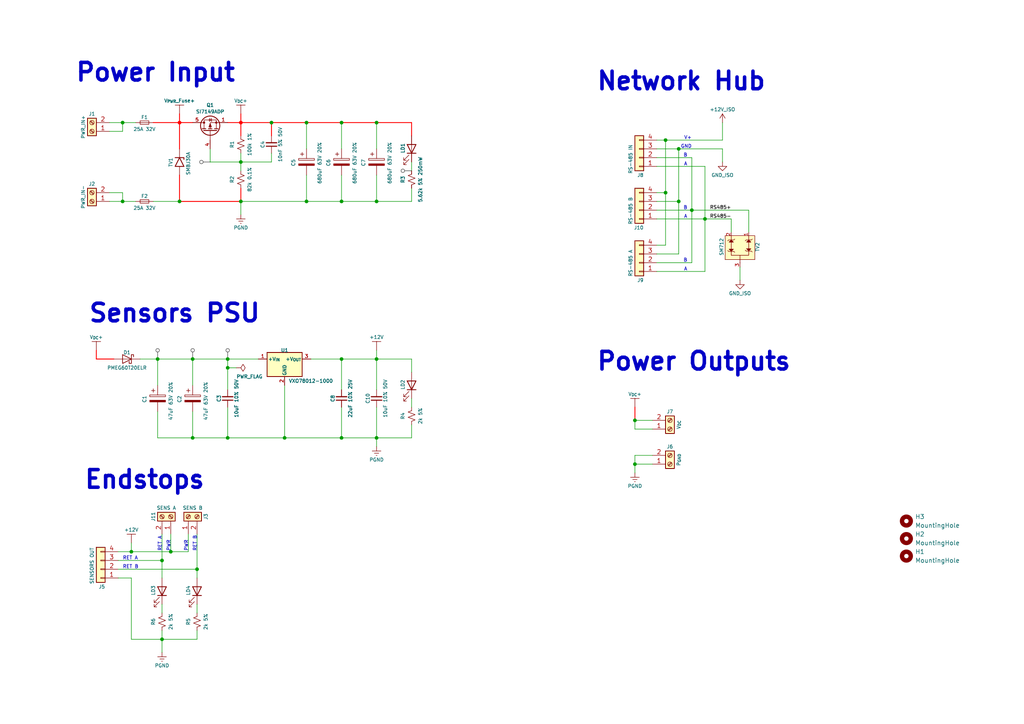
<source format=kicad_sch>
(kicad_sch (version 20230121) (generator eeschema)
  (paper "A4")
  (title_block (title "SJC Hub Connections Board") (date "2023-11-23") (rev "1.0") (company "CraneControl"))
  (lib_symbols
    (symbol "Connector:Screw_Terminal_01x02" (pin_names (offset 1.016) hide)
      (property "Reference" "J" (at 0 2.54 0))
      (property "Value" "Screw_Terminal_01x02" (at 0 -5.08 0))
      (symbol "Screw_Terminal_01x02_1_1"
        (rectangle (start -1.27 1.27) (end 1.27 -3.81) (stroke (width 0.254)) (fill (type background)))
        (circle (center 0 -2.54) (radius 0.635) (stroke (width 0.1524)))
        (polyline (pts (xy -0.5334 -2.2098) (xy 0.3302 -3.048)) (stroke (width 0.1524)))
        (polyline (pts (xy -0.5334 0.3302) (xy 0.3302 -0.508)) (stroke (width 0.1524)))
        (polyline (pts (xy -0.3556 -2.032) (xy 0.508 -2.8702)) (stroke (width 0.1524)))
        (polyline (pts (xy -0.3556 0.508) (xy 0.508 -0.3302)) (stroke (width 0.1524)))
        (circle (center 0 0) (radius 0.635) (stroke (width 0.1524)))
        (pin passive line (at -5.08 0 0) (length 3.81) (name "Pin_1") (number "1"))
        (pin passive line (at -5.08 -2.54 0) (length 3.81) (name "Pin_2") (number "2"))
      )
    )
    (symbol "Connector_Generic:Conn_01x04" (pin_names (offset 1.016) hide)
      (property "Reference" "J" (at 0 5.08 0))
      (property "Value" "Conn_01x04" (at 0 -7.62 0))
      (symbol "Conn_01x04_1_1"
        (rectangle (start -1.27 -4.953) (end 0 -5.207) (stroke (width 0.1524)))
        (rectangle (start -1.27 -2.413) (end 0 -2.667) (stroke (width 0.1524)))
        (rectangle (start -1.27 0.127) (end 0 -0.127) (stroke (width 0.1524)))
        (rectangle (start -1.27 2.667) (end 0 2.413) (stroke (width 0.1524)))
        (rectangle (start -1.27 3.81) (end 1.27 -6.35) (stroke (width 0.254)) (fill (type background)))
        (pin passive line (at -5.08 2.54 0) (length 3.81) (name "Pin_1") (number "1"))
        (pin passive line (at -5.08 0 0) (length 3.81) (name "Pin_2") (number "2"))
        (pin passive line (at -5.08 -2.54 0) (length 3.81) (name "Pin_3") (number "3"))
        (pin passive line (at -5.08 -5.08 0) (length 3.81) (name "Pin_4") (number "4"))
      )
    )
    (symbol "Device:C_Polarized" (pin_numbers hide) (pin_names (offset 0.254))
      (property "Reference" "C" (at 0.635 2.54 0))
      (property "Value" "C_Polarized" (at 0.635 -2.54 0))
      (symbol "C_Polarized_0_1"
        (rectangle (start -2.286 0.508) (end 2.286 1.016))
        (polyline (pts (xy -1.778 2.286) (xy -0.762 2.286)))
        (polyline (pts (xy -1.27 2.794) (xy -1.27 1.778)))
        (rectangle (start 2.286 -0.508) (end -2.286 -1.016) (fill (type outline)))
      )
      (symbol "C_Polarized_1_1"
        (pin passive line (at 0 3.81 270) (length 2.794) (name "~") (number "1"))
        (pin passive line (at 0 -3.81 90) (length 2.794) (name "~") (number "2"))
      )
    )
    (symbol "Device:C_Small" (pin_numbers hide) (pin_names (offset 0.254) hide)
      (property "Reference" "C" (at 0.254 1.778 0))
      (property "Value" "C_Small" (at 0.254 -2.032 0))
      (symbol "C_Small_0_1"
        (polyline (pts (xy -1.524 -0.508) (xy 1.524 -0.508)) (stroke (width 0.3302)))
        (polyline (pts (xy -1.524 0.508) (xy 1.524 0.508)) (stroke (width 0.3048)))
      )
      (symbol "C_Small_1_1"
        (pin passive line (at 0 2.54 270) (length 2.032) (name "~") (number "1"))
        (pin passive line (at 0 -2.54 90) (length 2.032) (name "~") (number "2"))
      )
    )
    (symbol "Device:Fuse_Small" (pin_numbers hide) (pin_names (offset 0.254) hide)
      (property "Reference" "F" (at 0 -1.524 0))
      (property "Value" "Fuse_Small" (at 0 1.524 0))
      (symbol "Fuse_Small_0_1"
        (rectangle (start -1.27 0.508) (end 1.27 -0.508))
        (polyline (pts (xy -1.27 0) (xy 1.27 0)))
      )
      (symbol "Fuse_Small_1_1"
        (pin passive line (at -2.54 0 0) (length 1.27) (name "~") (number "1"))
        (pin passive line (at 2.54 0 180) (length 1.27) (name "~") (number "2"))
      )
    )
    (symbol "Device:LED" (pin_numbers hide) (pin_names (offset 1.016) hide)
      (property "Reference" "D" (at 0 2.54 0))
      (property "Value" "LED" (at 0 -2.54 0))
      (symbol "LED_0_1"
        (polyline (pts (xy -1.27 -1.27) (xy -1.27 1.27)) (stroke (width 0.254)))
        (polyline (pts (xy -1.27 0) (xy 1.27 0)))
        (polyline (pts (xy 1.27 -1.27) (xy 1.27 1.27) (xy -1.27 0) (xy 1.27 -1.27)) (stroke (width 0.254)))
        (polyline (pts (xy -3.048 -0.762) (xy -4.572 -2.286) (xy -3.81 -2.286) (xy -4.572 -2.286) (xy -4.572 -1.524)))
        (polyline (pts (xy -1.778 -0.762) (xy -3.302 -2.286) (xy -2.54 -2.286) (xy -3.302 -2.286) (xy -3.302 -1.524)))
      )
      (symbol "LED_1_1"
        (pin passive line (at -3.81 0 0) (length 2.54) (name "K") (number "1"))
        (pin passive line (at 3.81 0 180) (length 2.54) (name "A") (number "2"))
      )
    )
    (symbol "Device:R_Small_US" (pin_numbers hide) (pin_names (offset 0.254) hide)
      (property "Reference" "R" (at 0.762 0.508 0))
      (property "Value" "R_Small_US" (at 0.762 -1.016 0))
      (symbol "R_Small_US_1_1"
        (polyline (pts (xy 0 0) (xy 1.016 -0.381) (xy 0 -0.762) (xy -1.016 -1.143) (xy 0 -1.524)))
        (polyline (pts (xy 0 1.524) (xy 1.016 1.143) (xy 0 0.762) (xy -1.016 0.381) (xy 0 0)))
        (pin passive line (at 0 2.54 270) (length 1.016) (name "~") (number "1"))
        (pin passive line (at 0 -2.54 90) (length 1.016) (name "~") (number "2"))
      )
    )
    (symbol "Mechanical:MountingHole" (pin_names (offset 1.016))
      (property "Reference" "H" (at 0 5.08 0))
      (property "Value" "MountingHole" (at 0 3.175 0))
      (symbol "MountingHole_0_1"
        (circle (center 0 0) (radius 1.27) (stroke (width 1.27)))
      )
    )
    (symbol "power:PWR_FLAG" (power) (pin_numbers hide) (pin_names (offset 0) hide)
      (property "Value" "PWR_FLAG" (at 0 3.81 0))
      (symbol "PWR_FLAG_0_0"
        (pin power_out line (at 0 0 90) (length 0) (name "pwr") (number "1"))
      )
      (symbol "PWR_FLAG_0_1"
        (polyline (pts (xy 0 0) (xy 0 1.27) (xy -1.016 1.905) (xy 0 2.54) (xy 1.016 1.905) (xy 0 1.27)))
      )
    )
    (symbol "sjc_power:+12V" (power) (in_bom no) (on_board no)
      (property "Value" "+12V" (at 0 3.81 0))
      (symbol "+12V_0_1"
        (polyline (pts (xy 0 2.54) (xy -1.27 2.54)))
        (polyline (pts (xy 0 2.54) (xy 0 0)))
        (polyline (pts (xy 0 2.54) (xy 1.27 2.54)))
      )
      (symbol "+12V_1_1"
        (pin power_in line (at 0 0 180) (length 0) hide (name "+12V") (number ""))
      )
    )
    (symbol "sjc_power:+12V_ISO" (power) (pin_names (offset 0))
      (property "Value" "+12V_ISO" (at 0 3.556 0))
      (symbol "+12V_ISO_0_1"
        (polyline (pts (xy -0.762 1.27) (xy 0 2.54)))
        (polyline (pts (xy 0 0) (xy 0 2.54)))
        (polyline (pts (xy 0 2.54) (xy 0.762 1.27)))
      )
      (symbol "+12V_ISO_1_1"
        (pin power_in line (at 0 0 90) (length 0) hide (name "+12V_ISO") (number "1"))
      )
    )
    (symbol "sjc_power:GND_ISO" (power) (pin_names (offset 0))
      (property "Value" "GND_ISO" (at 0 -3.81 0))
      (symbol "GND_ISO_0_1"
        (polyline (pts (xy 0 0) (xy 0 -1.27) (xy 1.27 -1.27) (xy 0 -2.54) (xy -1.27 -1.27) (xy 0 -1.27)))
      )
      (symbol "GND_ISO_1_1"
        (pin power_in line (at 0 0 270) (length 0) hide (name "GND_ISO") (number "1"))
      )
    )
    (symbol "sjc_power:PGND" (power) (pin_names (offset 0))
      (property "Value" "PGND" (at 0 -3.81 0))
      (symbol "PGND_0_1"
        (polyline (pts (xy -0.635 -1.905) (xy 0.635 -1.905)))
        (polyline (pts (xy -0.127 -2.54) (xy 0.127 -2.54)))
        (polyline (pts (xy 0 -1.27) (xy 0 0)))
        (polyline (pts (xy 1.27 -1.27) (xy -1.27 -1.27)))
      )
      (symbol "PGND_1_1"
        (pin power_in line (at 0 0 270) (length 0) hide (name "PGND") (number "1"))
      )
    )
    (symbol "sjc_power:V_{DC}+" (power) (pin_numbers hide) (pin_names hide) (in_bom no) (on_board no)
      (property "Value" "V_{DC}+" (at 0 3.429 0))
      (symbol "V_{DC}+_0_1"
        (polyline (pts (xy 0 2.54) (xy -1.27 2.54)))
        (polyline (pts (xy 0 2.54) (xy 0 0)))
        (polyline (pts (xy 0 2.54) (xy 1.27 2.54)))
      )
      (symbol "V_{DC}+_1_1"
        (pin power_in line (at 0 0 180) (length 0) hide (name "V_{DC}+") (number ""))
      )
    )
    (symbol "sjc_power:V_{PWR}_Fuse+" (power) (pin_numbers hide) (pin_names hide) (in_bom no) (on_board no)
      (property "Value" "V_{PWR}_Fuse+" (at 0 3.429 0))
      (symbol "V_{PWR}_Fuse+_0_1"
        (polyline (pts (xy 0 2.54) (xy -1.27 2.54)))
        (polyline (pts (xy 0 2.54) (xy 0 0)))
        (polyline (pts (xy 0 2.54) (xy 1.27 2.54)))
      )
      (symbol "V_{PWR}_Fuse+_1_1"
        (pin power_in line (at 0 0 180) (length 0) hide (name "V_{PWR}_Fuse+") (number ""))
      )
    )
    (symbol "sjc_semiconductors:PMEG60T20ELR" (pin_numbers hide) (pin_names hide)
      (property "Reference" "D" (at 0 2.54 0))
      (property "Value" "PMEG60T20ELR" (at 0 -2.54 0))
      (symbol "PMEG60T20ELR_0_1"
        (polyline (pts (xy 1.27 0) (xy -1.27 0)))
        (polyline (pts (xy 1.27 1.27) (xy 1.27 -1.27) (xy -1.27 0) (xy 1.27 1.27)) (stroke (width 0.2032)))
        (polyline (pts (xy -1.905 0.635) (xy -1.905 1.27) (xy -1.27 1.27) (xy -1.27 -1.27) (xy -0.635 -1.27) (xy -0.635 -0.635)) (stroke (width 0.2032)))
      )
      (symbol "PMEG60T20ELR_1_1"
        (pin passive line (at -3.81 0 0) (length 2.54) (name "K") (number "1"))
        (pin passive line (at 3.81 0 180) (length 2.54) (name "A") (number "2"))
      )
    )
    (symbol "sjc_semiconductors:PTVS30VS1UR" (pin_numbers hide) (pin_names (offset 1.016) hide)
      (property "Reference" "D" (at 0 2.54 0))
      (property "Value" "PTVS30VS1UR" (at 0 -2.54 0))
      (symbol "PTVS30VS1UR_0_1"
        (polyline (pts (xy -0.762 1.27) (xy -1.27 1.27) (xy -1.27 -1.27)) (stroke (width 0.254)))
        (polyline (pts (xy 1.27 1.27) (xy 1.27 -1.27) (xy -1.27 0) (xy 1.27 1.27)) (stroke (width 0.254)))
      )
      (symbol "PTVS30VS1UR_1_1"
        (pin passive line (at -3.81 0 0) (length 2.54) (name "K") (number "1"))
        (pin passive line (at 3.81 0 180) (length 2.54) (name "A") (number "2"))
      )
    )
    (symbol "sjc_semiconductors:SI7149ADP" (pin_names hide)
      (property "Reference" "Q" (at -1.27 4.445 90))
      (property "Value" "SI7149ADP" (at 5.08 11.43 0))
      (symbol "SI7149ADP_0_1"
        (circle (center -1.778 1.27) (radius 0.254) (fill (type outline)))
        (polyline (pts (xy -2.54 1.27) (xy -1.778 1.27)))
        (polyline (pts (xy -2.286 -0.508) (xy -1.27 -0.508)) (stroke (width 0.254)))
        (polyline (pts (xy -1.905 -1.016) (xy 1.905 -1.016)) (stroke (width 0.254)))
        (polyline (pts (xy -0.508 -0.508) (xy 0.508 -0.508)) (stroke (width 0.254)))
        (polyline (pts (xy 0 -1.016) (xy 0 -3.81)))
        (polyline (pts (xy 1.27 -0.508) (xy 2.286 -0.508)) (stroke (width 0.254)))
        (polyline (pts (xy 2.54 1.27) (xy 0 1.27) (xy 0 -0.508)))
        (polyline (pts (xy -1.778 -0.508) (xy -1.778 2.032) (xy 1.778 2.032) (xy 1.778 -0.508)))
        (polyline (pts (xy 0 1.016) (xy -0.381 0) (xy 0.381 0) (xy 0 1.016)) (fill (type outline)))
        (polyline (pts (xy 0.381 2.032) (xy -0.254 1.651) (xy -0.254 2.413) (xy 0.381 2.032)))
        (polyline (pts (xy 0.508 1.524) (xy 0.381 1.651) (xy 0.381 2.413) (xy 0.254 2.54)))
        (circle (center 0 0.381) (radius 2.794) (stroke (width 0.254)))
        (circle (center 1.778 1.27) (radius 0.254) (fill (type outline)))
      )
      (symbol "SI7149ADP_1_0"
        (pin passive line (at -5.08 1.27 0) (length 2.54) (name "D") (number "5"))
      )
      (symbol "SI7149ADP_1_1"
        (polyline (pts (xy 0 -3.81) (xy 0 -5.08)))
        (pin passive line (at 5.08 1.27 180) (length 2.54) (name "S") (number "1"))
        (pin passive line (at 5.08 1.27 180) (length 2.54) hide (name "S") (number "2"))
        (pin passive line (at 5.08 1.27 180) (length 2.54) hide (name "S") (number "3"))
        (pin input line (at 0 -6.35 90) (length 2.54) (name "G") (number "4"))
      )
    )
    (symbol "sjc_semiconductors:SM712" (pin_names (offset 0) hide)
      (property "Reference" "U" (at 0 3.81 0))
      (property "Value" "SM712" (at 4.445 -5.715 0))
      (symbol "SM712_0_1"
        (rectangle (start -4.318 2.7432) (end 4.318 -4.1656) (fill (type background)))
        (polyline (pts (xy -2.54 -2.921) (xy -2.54 -2.286)))
        (polyline (pts (xy -2.54 -0.381) (xy -2.54 -2.286)))
        (polyline (pts (xy -2.54 -0.381) (xy -2.54 0.254)))
        (polyline (pts (xy -2.54 0.254) (xy -2.54 2.54)))
        (polyline (pts (xy 0 -5.08) (xy 0 -2.921)))
        (polyline (pts (xy 2.54 -2.54) (xy 2.54 -2.286)))
        (polyline (pts (xy 2.54 -1.016) (xy 2.54 0.254)))
        (polyline (pts (xy 2.54 -0.381) (xy 2.54 -2.286)))
        (polyline (pts (xy 2.54 0.254) (xy 2.54 2.54)))
        (polyline (pts (xy -2.54 -1.8034) (xy -3.302 -1.8034) (xy -3.556 -1.5494)))
        (polyline (pts (xy -2.54 -1.8034) (xy -1.778 -1.8034) (xy -1.524 -2.0574)))
        (polyline (pts (xy -2.54 1.524) (xy -3.302 1.524) (xy -3.556 1.27)))
        (polyline (pts (xy -2.54 1.524) (xy -1.778 1.524) (xy -1.524 1.778)))
        (polyline (pts (xy 2.5146 -1.7018) (xy 3.2766 -1.7018) (xy 3.5306 -1.9558)))
        (polyline (pts (xy 2.54 -2.413) (xy 2.54 -2.921) (xy -2.54 -2.921)))
        (polyline (pts (xy 2.54 -1.7018) (xy 1.778 -1.7018) (xy 1.524 -1.4478)))
        (polyline (pts (xy 2.54 1.524) (xy 1.778 1.524) (xy 1.524 1.27)))
        (polyline (pts (xy 2.54 1.524) (xy 3.302 1.524) (xy 3.556 1.778)))
        (polyline (pts (xy -2.54 1.524) (xy -1.905 0.889) (xy -3.175 0.889) (xy -2.54 1.524)) (fill (type outline)))
        (polyline (pts (xy 1.905 -1.016) (xy 3.175 -1.016) (xy 2.54 -1.651) (xy 1.905 -1.016)) (fill (type outline)))
        (polyline (pts (xy 2.54 1.524) (xy 3.175 0.889) (xy 1.905 0.889) (xy 2.54 1.524)) (fill (type outline)))
        (polyline (pts (xy -2.54 -1.143) (xy -3.175 -1.143) (xy -2.54 -1.778) (xy -1.905 -1.143) (xy -2.54 -1.143)) (fill (type outline)))
      )
      (symbol "SM712_1_1"
        (pin input line (at 2.54 3.81 270) (length 1.27) (name "") (number "1"))
        (pin input line (at -2.54 3.81 270) (length 1.27) (name "") (number "2"))
        (pin input line (at 0 -6.35 90) (length 1.27) (name "") (number "3"))
      )
    )
    (symbol "sjc_semiconductors:VXO78012-1000" (pin_names (offset 0.254))
      (property "Reference" "U" (at 0 2.54 0))
      (property "Value" "VXO78012-1000" (at 6.35 -2.54 0))
      (symbol "VXO78012-1000_0_1"
        (rectangle (start -5.08 1.905) (end 5.08 -5.08) (stroke (width 0.254)) (fill (type background)))
      )
      (symbol "VXO78012-1000_1_1"
        (pin power_in line (at -7.62 0 0) (length 2.54) (name "+V_{IN}") (number "1"))
        (pin power_in line (at 0 -7.62 90) (length 2.54) (name "GND") (number "2"))
        (pin power_out line (at 7.62 0 180) (length 2.54) (name "+V_{OUT}") (number "3"))
      )
    )
  )
  (junction (at 35.56 35.56))
  (junction (at 99.06 58.42))
  (junction (at 109.22 58.42))
  (junction (at 184.15 134.62))
  (junction (at 66.04 104.14))
  (junction (at 55.88 104.14))
  (junction (at 109.22 127))
  (junction (at 109.22 104.14))
  (junction (at 109.22 35.56))
  (junction (at 88.9 35.56))
  (junction (at 55.88 127))
  (junction (at 196.85 58.42))
  (junction (at 69.85 35.56) (color 255 0 0 1))
  (junction (at 57.15 165.1))
  (junction (at 99.06 104.14))
  (junction (at 69.85 46.99))
  (junction (at 49.53 160.02))
  (junction (at 99.06 35.56))
  (junction (at 184.15 121.92))
  (junction (at 38.1 160.02))
  (junction (at 88.9 58.42))
  (junction (at 193.04 40.64))
  (junction (at 45.72 104.14))
  (junction (at 193.04 55.88))
  (junction (at 78.74 35.56))
  (junction (at 196.85 43.18))
  (junction (at 66.04 127))
  (junction (at 66.04 106.68))
  (junction (at 46.99 162.56))
  (junction (at 35.56 58.42))
  (junction (at 99.06 127))
  (junction (at 204.47 63.5))
  (junction (at 82.55 127))
  (junction (at 69.85 58.42))
  (junction (at 200.66 60.96))
  (junction (at 52.07 35.56) (color 255 0 0 1))
  (junction (at 46.99 185.42))
  (junction (at 52.07 58.42))
  (wire (pts (xy 27.94 104.14) (xy 33.02 104.14)) (stroke (width 0.254) (color 255 0 0 1)))
  (wire (pts (xy 31.75 55.88) (xy 35.56 55.88)))
  (wire (pts (xy 193.04 40.64) (xy 190.5 40.64)))
  (wire (pts (xy 190.5 76.2) (xy 200.66 76.2)))
  (wire (pts (xy 52.07 50.8) (xy 52.07 58.42)) (stroke (width 0.254) (color 255 0 0 1)))
  (wire (pts (xy 212.09 63.5) (xy 204.47 63.5)))
  (wire (pts (xy 34.29 167.64) (xy 38.1 167.64)))
  (wire (pts (xy 57.15 167.64) (xy 57.15 165.1)))
  (wire (pts (xy 46.99 177.8) (xy 46.99 175.26)))
  (wire (pts (xy 212.09 63.5) (xy 212.09 67.31)))
  (wire (pts (xy 88.9 50.8) (xy 88.9 58.42)))
  (wire (pts (xy 184.15 134.62) (xy 184.15 137.16)))
  (wire (pts (xy 109.22 118.11) (xy 109.22 127)))
  (wire (pts (xy 109.22 101.6) (xy 109.22 104.14)))
  (wire (pts (xy 46.99 185.42) (xy 46.99 189.23)))
  (wire (pts (xy 66.04 127) (xy 82.55 127)))
  (wire (pts (xy 52.07 35.56) (xy 52.07 43.18)) (stroke (width 0.254) (color 255 0 0 1)))
  (wire (pts (xy 35.56 38.1) (xy 35.56 35.56)))
  (wire (pts (xy 190.5 43.18) (xy 196.85 43.18)))
  (wire (pts (xy 69.85 54.61) (xy 69.85 58.42)) (stroke (width 0.254) (color 255 0 0 1)))
  (wire (pts (xy 99.06 104.14) (xy 99.06 113.03)))
  (wire (pts (xy 190.5 71.12) (xy 193.04 71.12)))
  (wire (pts (xy 69.85 49.53) (xy 69.85 46.99)))
  (wire (pts (xy 196.85 43.18) (xy 209.55 43.18)))
  (wire (pts (xy 109.22 104.14) (xy 119.38 104.14)))
  (wire (pts (xy 209.55 40.64) (xy 193.04 40.64)))
  (wire (pts (xy 57.15 185.42) (xy 57.15 182.88)))
  (wire (pts (xy 119.38 123.19) (xy 119.38 127)))
  (wire (pts (xy 35.56 55.88) (xy 35.56 58.42)))
  (wire (pts (xy 184.15 124.46) (xy 184.15 121.92)))
  (wire (pts (xy 69.85 35.56) (xy 69.85 39.37)) (stroke (width 0.254) (color 255 0 0 1)))
  (wire (pts (xy 99.06 35.56) (xy 109.22 35.56)) (stroke (width 0.254) (color 255 0 0 1)))
  (wire (pts (xy 35.56 58.42) (xy 39.37 58.42)))
  (wire (pts (xy 196.85 58.42) (xy 196.85 43.18)))
  (wire (pts (xy 69.85 44.45) (xy 69.85 46.99)))
  (wire (pts (xy 119.38 118.11) (xy 119.38 115.57)))
  (wire (pts (xy 69.85 58.42) (xy 69.85 62.23)))
  (wire (pts (xy 190.5 73.66) (xy 196.85 73.66)))
  (wire (pts (xy 69.85 33.02) (xy 69.85 35.56)) (stroke (width 0.254) (color 255 0 0 1)))
  (wire (pts (xy 109.22 35.56) (xy 109.22 43.18)))
  (wire (pts (xy 184.15 121.92) (xy 189.23 121.92)))
  (wire (pts (xy 34.29 162.56) (xy 46.99 162.56)))
  (wire (pts (xy 88.9 35.56) (xy 99.06 35.56)) (stroke (width 0.254) (color 255 0 0 1)))
  (wire (pts (xy 49.53 160.02) (xy 49.53 154.94)))
  (wire (pts (xy 78.74 46.99) (xy 78.74 44.45)))
  (wire (pts (xy 209.55 35.56) (xy 209.55 40.64)))
  (wire (pts (xy 66.04 118.11) (xy 66.04 127)))
  (wire (pts (xy 27.94 101.6) (xy 27.94 104.14)) (stroke (width 0.254) (color 255 0 0 1)))
  (wire (pts (xy 99.06 104.14) (xy 109.22 104.14)))
  (wire (pts (xy 184.15 124.46) (xy 189.23 124.46)))
  (wire (pts (xy 190.5 78.74) (xy 204.47 78.74)))
  (wire (pts (xy 204.47 78.74) (xy 204.47 63.5)))
  (wire (pts (xy 69.85 58.42) (xy 88.9 58.42)))
  (wire (pts (xy 52.07 58.42) (xy 69.85 58.42)) (stroke (width 0.254) (color 255 0 0 1)))
  (wire (pts (xy 66.04 106.68) (xy 66.04 113.03)))
  (wire (pts (xy 109.22 58.42) (xy 119.38 58.42)))
  (wire (pts (xy 52.07 35.56) (xy 55.88 35.56)) (stroke (width 0.254) (color 255 0 0 1)))
  (wire (pts (xy 35.56 35.56) (xy 39.37 35.56)))
  (wire (pts (xy 190.5 55.88) (xy 193.04 55.88)))
  (wire (pts (xy 52.07 33.02) (xy 52.07 35.56)) (stroke (width 0.254) (color 255 0 0 1)))
  (wire (pts (xy 90.17 104.14) (xy 99.06 104.14)))
  (wire (pts (xy 38.1 157.48) (xy 38.1 160.02)))
  (wire (pts (xy 119.38 35.56) (xy 119.38 39.37)) (stroke (width 0.254) (color 255 0 0 1)))
  (wire (pts (xy 55.88 119.38) (xy 55.88 127)))
  (wire (pts (xy 45.72 119.38) (xy 45.72 127)))
  (wire (pts (xy 99.06 118.11) (xy 99.06 127)))
  (wire (pts (xy 82.55 127) (xy 99.06 127)))
  (wire (pts (xy 190.5 60.96) (xy 200.66 60.96)))
  (wire (pts (xy 38.1 167.64) (xy 38.1 185.42)))
  (wire (pts (xy 189.23 132.08) (xy 184.15 132.08)))
  (wire (pts (xy 55.88 104.14) (xy 66.04 104.14)))
  (wire (pts (xy 69.85 35.56) (xy 78.74 35.56)) (stroke (width 0.254) (color 255 0 0 1)))
  (wire (pts (xy 200.66 60.96) (xy 217.17 60.96)))
  (wire (pts (xy 193.04 55.88) (xy 193.04 40.64)))
  (wire (pts (xy 109.22 127) (xy 119.38 127)))
  (wire (pts (xy 99.06 35.56) (xy 99.06 43.18)))
  (wire (pts (xy 109.22 35.56) (xy 119.38 35.56)) (stroke (width 0.254) (color 255 0 0 1)))
  (wire (pts (xy 196.85 73.66) (xy 196.85 58.42)))
  (wire (pts (xy 57.15 177.8) (xy 57.15 175.26)))
  (wire (pts (xy 193.04 71.12) (xy 193.04 55.88)))
  (wire (pts (xy 45.72 104.14) (xy 55.88 104.14)))
  (wire (pts (xy 88.9 35.56) (xy 88.9 43.18)))
  (wire (pts (xy 190.5 63.5) (xy 204.47 63.5)))
  (wire (pts (xy 109.22 50.8) (xy 109.22 58.42)))
  (wire (pts (xy 190.5 58.42) (xy 196.85 58.42)))
  (wire (pts (xy 44.45 35.56) (xy 52.07 35.56)) (stroke (width 0.254) (color 255 0 0 1)))
  (wire (pts (xy 49.53 160.02) (xy 54.61 160.02)))
  (wire (pts (xy 204.47 48.26) (xy 190.5 48.26)))
  (wire (pts (xy 78.74 35.56) (xy 88.9 35.56)) (stroke (width 0.254) (color 255 0 0 1)))
  (wire (pts (xy 66.04 104.14) (xy 74.93 104.14)))
  (wire (pts (xy 55.88 127) (xy 66.04 127)))
  (wire (pts (xy 200.66 76.2) (xy 200.66 60.96)))
  (wire (pts (xy 46.99 185.42) (xy 46.99 182.88)))
  (wire (pts (xy 99.06 50.8) (xy 99.06 58.42)))
  (wire (pts (xy 119.38 46.99) (xy 119.38 49.53)))
  (wire (pts (xy 45.72 127) (xy 55.88 127)))
  (wire (pts (xy 46.99 185.42) (xy 57.15 185.42)))
  (wire (pts (xy 66.04 35.56) (xy 69.85 35.56)) (stroke (width 0.254) (color 255 0 0 1)))
  (wire (pts (xy 214.63 77.47) (xy 214.63 81.28)))
  (wire (pts (xy 38.1 160.02) (xy 49.53 160.02)))
  (wire (pts (xy 109.22 127) (xy 109.22 129.54)))
  (wire (pts (xy 31.75 58.42) (xy 35.56 58.42)))
  (wire (pts (xy 109.22 104.14) (xy 109.22 113.03)))
  (wire (pts (xy 34.29 160.02) (xy 38.1 160.02)))
  (wire (pts (xy 55.88 104.14) (xy 55.88 111.76)))
  (wire (pts (xy 38.1 185.42) (xy 46.99 185.42)))
  (wire (pts (xy 200.66 60.96) (xy 200.66 45.72)))
  (wire (pts (xy 54.61 154.94) (xy 54.61 160.02)))
  (wire (pts (xy 82.55 127) (xy 82.55 111.76)))
  (wire (pts (xy 99.06 127) (xy 109.22 127)))
  (wire (pts (xy 119.38 104.14) (xy 119.38 107.95)))
  (wire (pts (xy 40.64 104.14) (xy 45.72 104.14)))
  (wire (pts (xy 46.99 162.56) (xy 46.99 154.94)))
  (wire (pts (xy 78.74 35.56) (xy 78.74 39.37)) (stroke (width 0.254) (color 255 0 0 1)))
  (wire (pts (xy 69.85 46.99) (xy 78.74 46.99)))
  (wire (pts (xy 184.15 118.11) (xy 184.15 121.92)) (stroke (width 0.254) (color 255 0 0 1)))
  (wire (pts (xy 217.17 60.96) (xy 217.17 67.31)))
  (wire (pts (xy 204.47 63.5) (xy 204.47 48.26)))
  (wire (pts (xy 34.29 165.1) (xy 57.15 165.1)))
  (wire (pts (xy 45.72 104.14) (xy 45.72 111.76)))
  (wire (pts (xy 66.04 106.68) (xy 68.58 106.68)))
  (wire (pts (xy 31.75 38.1) (xy 35.56 38.1)))
  (wire (pts (xy 46.99 167.64) (xy 46.99 162.56)))
  (wire (pts (xy 190.5 45.72) (xy 200.66 45.72)))
  (wire (pts (xy 44.45 58.42) (xy 52.07 58.42)))
  (wire (pts (xy 99.06 58.42) (xy 109.22 58.42)))
  (wire (pts (xy 60.96 46.99) (xy 69.85 46.99)))
  (wire (pts (xy 184.15 134.62) (xy 189.23 134.62)))
  (wire (pts (xy 119.38 54.61) (xy 119.38 58.42)))
  (wire (pts (xy 88.9 58.42) (xy 99.06 58.42)))
  (wire (pts (xy 184.15 132.08) (xy 184.15 134.62)))
  (wire (pts (xy 66.04 104.14) (xy 66.04 106.68)))
  (wire (pts (xy 60.96 43.18) (xy 60.96 46.99)))
  (wire (pts (xy 31.75 35.56) (xy 35.56 35.56)))
  (wire (pts (xy 209.55 43.18) (xy 209.55 46.99)))
  (wire (pts (xy 57.15 154.94) (xy 57.15 165.1)))
  (text "B" (at 199.39 60.96 0) (effects (font (size 0.9906 0.9906)) (justify right bottom)))
  (text "Power Input" (at 21.59 24.13 0) (effects (font (size 5.108 5.108) (thickness 1.0216) bold) (justify left bottom)))
  (text "A" (at 199.39 63.5 0) (effects (font (size 0.9906 0.9906)) (justify right bottom)))
  (text "A" (at 199.39 48.26 0) (effects (font (size 0.9906 0.9906)) (justify right bottom)))
  (text "RET A" (at 35.56 162.56 0) (effects (font (size 1 1)) (justify left bottom)))
  (text "PWR" (at 54.61 160.02 90) (effects (font (size 1 1)) (justify left bottom)))
  (text "B" (at 199.39 45.72 0) (effects (font (size 0.9906 0.9906)) (justify right bottom)))
  (text "RET B" (at 35.56 165.1 0) (effects (font (size 1 1)) (justify left bottom)))
  (text "A" (at 199.39 78.74 0) (effects (font (size 0.9906 0.9906)) (justify right bottom)))
  (text "Sensors PSU" (at 25.4 93.98 0) (effects (font (size 5.108 5.108) (thickness 1.0216) bold) (justify left bottom)))
  (text "Network Hub" (at 172.72 26.67 0) (effects (font (size 5.108 5.108) (thickness 1.0216) bold) (justify left bottom)))
  (text "Endstops" (at 24.13 142.24 0) (effects (font (size 5.108 5.108) (thickness 1.0216) bold) (justify left bottom)))
  (text "V+" (at 200.66 40.64 0) (effects (font (size 0.9906 0.9906)) (justify right bottom)))
  (text "Power Outputs" (at 172.72 107.95 0) (effects (font (size 5.108 5.108) (thickness 1.0216) bold) (justify left bottom)))
  (text "RET B" (at 57.15 160.02 90) (effects (font (size 1 1)) (justify left bottom)))
  (text "GND" (at 200.66 43.18 0) (effects (font (size 0.9906 0.9906)) (justify right bottom)))
  (text "B" (at 199.39 76.2 0) (effects (font (size 0.9906 0.9906)) (justify right bottom)))
  (text "PWR" (at 49.53 160.02 90) (effects (font (size 1 1)) (justify left bottom)))
  (text "RET A" (at 46.99 160.02 90) (effects (font (size 1 1)) (justify left bottom)))
  (label "RS485+" (at 212.09 60.96 180) (effects (font (size 1 1))))
  (label "RS485-" (at 212.09 63.5 180) (effects (font (size 1 1))))
  (netclass_flag "" (length 2.54) (shape round) (at 60.96 46.99 90) (property "Netclass" "DRV_HV" (effects hide)))
  (netclass_flag "" (length 2.54) (shape round) (at 55.88 104.14 0) (property "Netclass" "DRV_HV" (effects hide)))
  (netclass_flag "" (length 2.54) (shape round) (at 119.38 49.53 90) (property "Netclass" "PWR" (effects hide)))
  (netclass_flag "" (length 2.54) (shape round) (at 66.04 104.14 0) (property "Netclass" "DRV_HV" (effects hide)))
  (netclass_flag "" (length 2.54) (shape round) (at 45.72 104.14 0) (property "Netclass" "DRV_HV" (effects hide)))
  (symbol (lib_id "Mechanical:MountingHole") (at 262.89 156.21 0) (unit 1)
    (property "Reference" "H2" (at 265.43 154.94 0) (effects (justify left)))
    (property "Value" "MountingHole" (at 265.43 157.48 0) (effects (justify left)))
    (property "Footprint" "MountingHole:MountingHole_4.3mm_M4_DIN965" (effects hide))
  )
  (symbol (lib_id "sjc_power:+12V") (at 38.1 157.48 0) (unit 1) (in_bom no) (on_board no)
    (property "Reference" "#PWR05" (effects hide))
    (property "Value" "+12V" (at 38.1 153.67 0) (effects (font (size 1 1))))
  )
  (symbol (lib_id "Connector_Generic:Conn_01x04") (at 29.21 165.1 180) (unit 1)
    (property "Reference" "J5" (at 30.48 170.18 0) (effects (font (size 1 1)) (justify left)))
    (property "Value" "SENSORS OUT" (at 26.67 158.75 90) (effects (font (size 1 1)) (justify left)))
    (property "Footprint" "footprints:Molex_KK-396_A-41791-0004_1x04_P3.96mm_Vertical" (effects hide))
    (property "MF" "Molex" (effects hide))
    (property "PN" "26-60-4040" (effects hide))
  )
  (symbol (lib_id "sjc_semiconductors:PTVS30VS1UR") (at 52.07 46.99 270) (unit 1)
    (property "Reference" "TV1" (at 49.53 45.72 0) (effects (font (size 1 1)) (justify left)))
    (property "Value" "SMBJ30A" (at 54.61 50.8 0) (effects (font (size 1 1)) (justify right)))
    (property "Footprint" "Diode_SMD:D_SMB_Handsoldering" (effects hide))
    (property "Datasheet" "https://assets.nexperia.com/documents/data-sheet/PTVSXS1UR_SER.pdf" (effects hide))
    (property "MF" "Littelfuse" (effects hide))
    (property "PN" "SMBJ30A" (effects hide))
    (property "JLCPCB Part #" "C83851" (effects hide))
  )
  (symbol (lib_id "sjc_power:+12V_ISO") (at 209.55 35.56 0) (mirror y) (unit 1)
    (property "Reference" "#PWR015" (effects hide))
    (property "Value" "+12V_ISO" (at 209.55 31.75 0) (effects (font (size 1 1))))
  )
  (symbol (lib_id "Device:R_Small_US") (at 119.38 120.65 0) (mirror y) (unit 1)
    (property "Reference" "R4" (at 116.84 120.65 90) (effects (font (size 1 1))))
    (property "Value" "2k 5%" (at 121.92 120.65 90) (effects (font (size 1 1))))
    (property "Footprint" "Resistor_SMD:R_0603_1608Metric" (effects hide))
    (property "MF" "RALEC" (effects hide))
    (property "PN" "RTT03202JTP" (effects hide))
    (property "Description" "Resistor, 2k Ohms, ±5%, 1/10W, SMD 0603" (effects hide))
    (property "JLCPCB Part #" "C103396" (effects hide))
  )
  (symbol (lib_id "Device:C_Small") (at 99.06 115.57 180) (unit 1)
    (property "Reference" "C8" (at 96.52 115.57 90) (effects (font (size 1 1))))
    (property "Value" "22uF 10% 25V" (at 101.6 115.57 90) (effects (font (size 1 1))))
    (property "Footprint" "Capacitor_SMD:C_1206_3216Metric" (effects hide))
    (property "MF" "Walsin Tech Corp" (effects hide))
    (property "PN" "1206X226K250CT" (effects hide))
    (property "Description" "Capacitor, 22uF, ±10%, X5R, 25V, SMD 1206" (effects hide))
    (property "JLCPCB Part #" "C105213" (effects hide))
  )
  (symbol (lib_id "sjc_power:V_{PWR}_Fuse+") (at 52.07 33.02 0) (unit 1) (in_bom no) (on_board no)
    (property "Reference" "#PWR02" (effects hide))
    (property "Value" "V_{PWR}_Fuse+" (at 52.07 29.21 0) (effects (font (size 1 1))))
  )
  (symbol (lib_id "sjc_semiconductors:SM712") (at 214.63 71.12 0) (unit 1)
    (property "Reference" "TV2" (at 219.71 73.025 90) (effects (font (size 1 1)) (justify left)))
    (property "Value" "SM712" (at 209.296 74.168 90) (effects (font (size 1 1)) (justify left)))
    (property "Footprint" "Package_TO_SOT_SMD:SOT-23-3" (effects hide))
    (property "Datasheet" "https://www.bourns.com/pdfs/CDSOT23-SM712.pdf" (effects hide))
    (property "MF" "BOURNS" (effects hide))
    (property "PN" "CDSOT23-SM712" (effects hide))
    (property "JLCPCB Part #" "C293966" (effects hide))
  )
  (symbol (lib_id "sjc_semiconductors:PMEG60T20ELR") (at 36.83 104.14 0) (mirror y) (unit 1)
    (property "Reference" "D1" (at 36.83 102.235 0) (effects (font (size 1 1))))
    (property "Value" "PMEG60T20ELR" (at 36.83 106.68 0) (effects (font (size 1 1))))
    (property "Footprint" "Diode_SMD:D_SOD-123F" (effects hide))
    (property "Datasheet" "https://assets.nexperia.com/documents/data-sheet/PMEG60T20ELR.pdf" (effects hide))
    (property "MF" "Nexperia" (effects hide))
    (property "PN" "PMEG60T20ELRX" (effects hide))
    (property "JLCPCB Part #" "C552947" (effects hide))
  )
  (symbol (lib_id "Connector:Screw_Terminal_01x02") (at 26.67 58.42 180) (unit 1)
    (property "Reference" "J2" (at 26.67 53.34 0) (effects (font (size 1 1))))
    (property "Value" "PWR_IN-" (at 24.13 57.15 90) (effects (font (size 1 1))))
    (property "Footprint" "TerminalBlock_Phoenix:TerminalBlock_Phoenix_MKDS-3-2-5.08_1x02_P5.08mm_Horizontal" (effects hide))
    (property "MF" "Ningbo Kangnex Elec" (effects hide))
    (property "PN" "WJ500V-5.08-2P" (effects hide))
    (property "JLCPCB Part #" "C8465" (effects hide))
  )
  (symbol (lib_id "Device:LED") (at 119.38 111.76 270) (mirror x) (unit 1)
    (property "Reference" "LD2" (at 116.84 113.03 0) (effects (font (size 1 1)) (justify left)))
    (property "Value" "1.8V @ 5mA" (effects hide))
    (property "Footprint" "LED_SMD:LED_0603_1608Metric_Pad1.05x0.95mm_HandSolder" (effects hide))
    (property "MF" "BrtLed (Bright LED Elec)" (effects hide))
    (property "PN" "BL-HGE36G-AV-TRB" (effects hide))
    (property "JLCPCB Part #" "C165982" (effects hide))
  )
  (symbol (lib_id "Connector:Screw_Terminal_01x02") (at 54.61 149.86 90) (unit 1)
    (property "Reference" "J3" (at 59.69 149.86 0) (effects (font (size 1 1))))
    (property "Value" "SENS B" (at 55.88 147.32 90) (effects (font (size 1 1))))
    (property "Footprint" "TerminalBlock_Phoenix:TerminalBlock_Phoenix_MKDS-3-2-5.08_1x02_P5.08mm_Horizontal" (effects hide))
    (property "MF" "Ningbo Kangnex Elec" (effects hide))
    (property "PN" "WJ500V-5.08-2P" (effects hide))
    (property "JLCPCB Part #" "C8465" (effects hide))
  )
  (symbol (lib_id "Connector_Generic:Conn_01x04") (at 185.42 76.2 180) (unit 1)
    (property "Reference" "J9" (at 186.69 81.28 0) (effects (font (size 1 1)) (justify left)))
    (property "Value" "RS-485 A" (at 182.88 72.39 90) (effects (font (size 1 1)) (justify left)))
    (property "Footprint" "footprints:Molex_KK-396_A-41791-0004_1x04_P3.96mm_Vertical" (effects hide))
    (property "MF" "Molex" (effects hide))
    (property "PN" "26-60-4040" (effects hide))
  )
  (symbol (lib_id "Device:R_Small_US") (at 46.99 180.34 0) (mirror y) (unit 1)
    (property "Reference" "R6" (at 44.45 180.34 90) (effects (font (size 1 1))))
    (property "Value" "2k 5%" (at 49.53 180.34 90) (effects (font (size 1 1))))
    (property "Footprint" "Resistor_SMD:R_0603_1608Metric" (effects hide))
    (property "MF" "RALEC" (effects hide))
    (property "PN" "RTT03202JTP" (effects hide))
    (property "Description" "Resistor, 2k Ohms, ±5%, 1/10W, SMD 0603" (effects hide))
    (property "JLCPCB Part #" "C103396" (effects hide))
  )
  (symbol (lib_id "Connector:Screw_Terminal_01x02") (at 194.31 124.46 0) (mirror x) (unit 1)
    (property "Reference" "J7" (at 194.31 119.38 0) (effects (font (size 1 1))))
    (property "Value" "V_{DC}" (at 196.85 123.19 90) (effects (font (size 1 1))))
    (property "Footprint" "TerminalBlock_Phoenix:TerminalBlock_Phoenix_MKDS-3-2-5.08_1x02_P5.08mm_Horizontal" (effects hide))
    (property "MF" "Ningbo Kangnex Elec" (effects hide))
    (property "PN" "WJ500V-5.08-2P" (effects hide))
    (property "JLCPCB Part #" "C8465" (effects hide))
  )
  (symbol (lib_id "Device:R_Small_US") (at 69.85 41.91 180) (unit 1)
    (property "Reference" "R1" (at 67.31 41.91 90) (effects (font (size 1 1))))
    (property "Value" "100k 1%" (at 72.39 41.91 90) (effects (font (size 1 1))))
    (property "Footprint" "Resistor_SMD:R_0603_1608Metric" (effects hide))
    (property "MF" "YAGEO" (effects hide))
    (property "PN" "RC0603FR-07100KL" (effects hide))
    (property "Description" "Resistor, 100k Ohms, ±1%, 1/10W, SMD 0603" (effects hide))
    (property "JLCPCB Part #" "C14675" (effects hide))
  )
  (symbol (lib_id "sjc_power:+12V") (at 109.22 101.6 0) (unit 1) (in_bom no) (on_board no)
    (property "Reference" "#PWR09" (effects hide))
    (property "Value" "+12V" (at 109.22 97.79 0) (effects (font (size 1 1))))
  )
  (symbol (lib_id "Connector_Generic:Conn_01x04") (at 185.42 60.96 180) (unit 1)
    (property "Reference" "J10" (at 186.69 66.04 0) (effects (font (size 1 1)) (justify left)))
    (property "Value" "RS-485 B" (at 182.88 57.15 90) (effects (font (size 1 1)) (justify left)))
    (property "Footprint" "footprints:Molex_KK-396_A-41791-0004_1x04_P3.96mm_Vertical" (effects hide))
    (property "MF" "Molex" (effects hide))
    (property "PN" "26-60-4040" (effects hide))
  )
  (symbol (lib_id "Device:R_Small_US") (at 57.15 180.34 0) (mirror y) (unit 1)
    (property "Reference" "R5" (at 54.61 180.34 90) (effects (font (size 1 1))))
    (property "Value" "2k 5%" (at 59.69 180.34 90) (effects (font (size 1 1))))
    (property "Footprint" "Resistor_SMD:R_0603_1608Metric" (effects hide))
    (property "MF" "RALEC" (effects hide))
    (property "PN" "RTT03202JTP" (effects hide))
    (property "Description" "Resistor, 2k Ohms, ±5%, 1/10W, SMD 0603" (effects hide))
    (property "JLCPCB Part #" "C103396" (effects hide))
  )
  (symbol (lib_id "Device:Fuse_Small") (at 41.91 35.56 0) (unit 1)
    (property "Reference" "F1" (at 41.91 34.036 0) (effects (font (size 1 1))))
    (property "Value" "25A 32V" (at 41.91 37.465 0) (effects (font (size 1 1))))
    (property "Footprint" "Fuse:Fuse_1206_3216Metric_Pad1.42x1.75mm_HandSolder" (effects hide))
    (property "MF" "TLC Electronic" (effects hide))
    (property "PN" "F12F25" (effects hide))
    (property "JLCPCB Part #" "C2925001" (effects hide))
  )
  (symbol (lib_id "Connector_Generic:Conn_01x04") (at 185.42 45.72 180) (unit 1)
    (property "Reference" "J8" (at 186.69 50.8 0) (effects (font (size 1 1)) (justify left)))
    (property "Value" "RS-485 IN" (at 182.88 41.91 90) (effects (font (size 1 1)) (justify left)))
    (property "Footprint" "footprints:Molex_KK-396_A-41791-0004_1x04_P3.96mm_Vertical" (effects hide))
    (property "MF" "Molex" (effects hide))
    (property "PN" "26-60-4040" (effects hide))
  )
  (symbol (lib_id "sjc_power:PGND") (at 46.99 189.23 0) (mirror y) (unit 1)
    (property "Reference" "#PWR012" (effects hide))
    (property "Value" "PGND" (at 46.99 193.04 0) (effects (font (size 1 1))))
  )
  (symbol (lib_id "Device:C_Polarized") (at 45.72 115.57 0) (unit 1)
    (property "Reference" "C1" (at 41.91 116.84 90) (effects (font (size 1 1)) (justify left)))
    (property "Value" "47uF 63V 20%" (at 49.53 121.92 90) (effects (font (size 1 1)) (justify left)))
    (property "Footprint" "Capacitor_SMD:CP_Elec_8x10.5" (effects hide))
    (property "MF" "ST(Semtech)" (effects hide))
    (property "PN" "CS1J470M-CRF10" (effects hide))
    (property "JLCPCB Part #" "C116428" (effects hide))
    (property "Description" "Electrolytic capacitor, 47uF, 20%, 63V, SMD D8xL10.5mm" (effects hide))
  )
  (symbol (lib_id "sjc_power:PGND") (at 109.22 129.54 0) (unit 1)
    (property "Reference" "#PWR010" (effects hide))
    (property "Value" "PGND" (at 109.22 133.35 0) (effects (font (size 1 1))))
  )
  (symbol (lib_id "sjc_semiconductors:VXO78012-1000") (at 82.55 104.14 0) (unit 1)
    (property "Reference" "U1" (at 82.55 101.6 0) (effects (font (size 1 1))))
    (property "Value" "VXO78012-1000" (at 90.17 110.49 0) (effects (font (size 1 1))))
    (property "Footprint" "footprints:CONV_VXO78012-1000" (effects hide))
    (property "Datasheet" "https://br.mouser.com/datasheet/2/670/vxo78_1000-1774519.pdf" (effects hide))
    (property "MF" "CUI Inc." (effects hide))
    (property "PN" "VXO78012-1000" (effects hide))
    (property "Mouser #" "490-VXO7812-1000" (effects hide))
  )
  (symbol (lib_id "Mechanical:MountingHole") (at 262.89 151.13 0) (unit 1)
    (property "Reference" "H3" (at 265.43 149.86 0) (effects (justify left)))
    (property "Value" "MountingHole" (at 265.43 152.4 0) (effects (justify left)))
    (property "Footprint" "MountingHole:MountingHole_4.3mm_M4_DIN965" (effects hide))
  )
  (symbol (lib_id "Device:C_Polarized") (at 55.88 115.57 0) (unit 1)
    (property "Reference" "C2" (at 52.07 116.84 90) (effects (font (size 1 1)) (justify left)))
    (property "Value" "47uF 63V 20%" (at 59.69 121.92 90) (effects (font (size 1 1)) (justify left)))
    (property "Footprint" "Capacitor_SMD:CP_Elec_8x10.5" (effects hide))
    (property "MF" "ST(Semtech)" (effects hide))
    (property "PN" "CS1J470M-CRF10" (effects hide))
    (property "JLCPCB Part #" "C116428" (effects hide))
    (property "Description" "Electrolytic capacitor, 47uF, 20%, 63V, SMD D8xL10.5mm" (effects hide))
  )
  (symbol (lib_id "sjc_power:PGND") (at 69.85 62.23 0) (unit 1)
    (property "Reference" "#PWR04" (effects hide))
    (property "Value" "PGND" (at 69.85 66.04 0) (effects (font (size 1 1))))
  )
  (symbol (lib_id "Device:C_Small") (at 109.22 115.57 180) (unit 1)
    (property "Reference" "C10" (at 106.68 115.57 90) (effects (font (size 1 1))))
    (property "Value" "10uF 10% 50V" (at 111.76 115.57 90) (effects (font (size 1 1))))
    (property "Footprint" "Capacitor_SMD:C_1206_3216Metric" (effects hide))
    (property "MF" "Samsung Electro-Mechanics" (effects hide))
    (property "PN" "CL31A106KBHNNNE" (effects hide))
    (property "Description" "Capacitor, 10uF, ±10%, X5R, 50V, SMD 1206" (effects hide))
    (property "JLCPCB Part #" "C13585" (effects hide))
  )
  (symbol (lib_id "Connector:Screw_Terminal_01x02") (at 26.67 38.1 180) (unit 1)
    (property "Reference" "J1" (at 26.67 33.02 0) (effects (font (size 1 1))))
    (property "Value" "PWR_IN+" (at 24.13 36.83 90) (effects (font (size 1 1))))
    (property "Footprint" "TerminalBlock_Phoenix:TerminalBlock_Phoenix_MKDS-3-2-5.08_1x02_P5.08mm_Horizontal" (effects hide))
    (property "MF" "Ningbo Kangnex Elec" (effects hide))
    (property "PN" "WJ500V-5.08-2P" (effects hide))
    (property "JLCPCB Part #" "C8465" (effects hide))
  )
  (symbol (lib_id "Device:C_Polarized") (at 109.22 46.99 0) (unit 1)
    (property "Reference" "C7" (at 105.41 48.26 90) (effects (font (size 1 1)) (justify left)))
    (property "Value" "680uF 63V 20%" (at 113.03 53.34 90) (effects (font (size 1 1)) (justify left)))
    (property "Footprint" "Capacitor_SMD:CP_Elec_18x17.5" (effects hide))
    (property "MF" "Lelon" (effects hide))
    (property "PN" "VZH681M1JTR-1816" (effects hide))
    (property "JLCPCB Part #" "C249956" (effects hide))
    (property "Description" "Electrolytic capacitor, 680uF, 20%, 63V, SMD D18xL16.5mm" (effects hide))
  )
  (symbol (lib_id "sjc_power:GND_ISO") (at 214.63 81.28 0) (mirror y) (unit 1)
    (property "Reference" "#PWR017" (effects hide))
    (property "Value" "GND_ISO" (at 214.63 85.09 0) (effects (font (size 1 1))))
  )
  (symbol (lib_id "Device:C_Small") (at 66.04 115.57 180) (unit 1)
    (property "Reference" "C3" (at 63.5 115.57 90) (effects (font (size 1 1))))
    (property "Value" "10uF 10% 50V" (at 68.58 115.57 90) (effects (font (size 1 1))))
    (property "Footprint" "Capacitor_SMD:C_1206_3216Metric" (effects hide))
    (property "MF" "Samsung Electro-Mechanics" (effects hide))
    (property "PN" "CL31A106KBHNNNE" (effects hide))
    (property "Description" "Capacitor, 10uF, ±10%, X5R, 50V, SMD 1206" (effects hide))
    (property "JLCPCB Part #" "C13585" (effects hide))
  )
  (symbol (lib_id "Device:C_Polarized") (at 88.9 46.99 0) (unit 1)
    (property "Reference" "C5" (at 85.09 48.26 90) (effects (font (size 1 1)) (justify left)))
    (property "Value" "680uF 63V 20%" (at 92.71 53.34 90) (effects (font (size 1 1)) (justify left)))
    (property "Footprint" "Capacitor_SMD:CP_Elec_18x17.5" (effects hide))
    (property "MF" "Lelon" (effects hide))
    (property "PN" "VZH681M1JTR-1816" (effects hide))
    (property "JLCPCB Part #" "C249956" (effects hide))
    (property "Description" "Electrolytic capacitor, 680uF, 20%, 63V, SMD D18xL16.5mm" (effects hide))
  )
  (symbol (lib_id "Device:C_Polarized") (at 99.06 46.99 0) (unit 1)
    (property "Reference" "C6" (at 95.25 48.26 90) (effects (font (size 1 1)) (justify left)))
    (property "Value" "680uF 63V 20%" (at 102.87 53.34 90) (effects (font (size 1 1)) (justify left)))
    (property "Footprint" "Capacitor_SMD:CP_Elec_18x17.5" (effects hide))
    (property "MF" "Lelon" (effects hide))
    (property "PN" "VZH681M1JTR-1816" (effects hide))
    (property "JLCPCB Part #" "C249956" (effects hide))
    (property "Description" "Electrolytic capacitor, 680uF, 20%, 63V, SMD D18xL16.5mm" (effects hide))
  )
  (symbol (lib_id "Device:Fuse_Small") (at 41.91 58.42 0) (unit 1)
    (property "Reference" "F2" (at 41.91 56.896 0) (effects (font (size 1 1))))
    (property "Value" "25A 32V" (at 41.91 60.325 0) (effects (font (size 1 1))))
    (property "Footprint" "Fuse:Fuse_1206_3216Metric_Pad1.42x1.75mm_HandSolder" (effects hide))
    (property "MF" "TLC Electronic" (effects hide))
    (property "PN" "F12F25" (effects hide))
    (property "JLCPCB Part #" "C2925001" (effects hide))
  )
  (symbol (lib_id "Mechanical:MountingHole") (at 262.89 161.29 0) (unit 1)
    (property "Reference" "H1" (at 265.43 160.02 0) (effects (justify left)))
    (property "Value" "MountingHole" (at 265.43 162.56 0) (effects (justify left)))
    (property "Footprint" "MountingHole:MountingHole_4.3mm_M4_DIN965" (effects hide))
  )
  (symbol (lib_id "Device:R_Small_US") (at 119.38 52.07 0) (mirror y) (unit 1)
    (property "Reference" "R3" (at 116.84 52.07 90) (effects (font (size 1 1))))
    (property "Value" "5.62k 5% 250mW" (at 121.92 52.07 90) (effects (font (size 1 1))))
    (property "Footprint" "Resistor_SMD:R_0805_2012Metric_Pad1.20x1.40mm_HandSolder" (effects hide))
    (property "MF" "UNI-ROYAL(Uniroyal Elec)" (effects hide))
    (property "PN" "TC0550D5621T5E" (effects hide))
    (property "Description" "Resistor, 5.62k Ohms, ±5%, 250 mW, SMD 0805" (effects hide))
    (property "JLCPCB Part #" "C425493" (effects hide))
  )
  (symbol (lib_id "Device:C_Small") (at 78.74 41.91 180) (unit 1)
    (property "Reference" "C4" (at 76.2 41.91 90) (effects (font (size 1 1))))
    (property "Value" "10nF 5% 50V" (at 81.28 41.91 90) (effects (font (size 1 1))))
    (property "Footprint" "Capacitor_SMD:C_0603_1608Metric" (effects hide))
    (property "MF" "YAGEO" (effects hide))
    (property "PN" "CC0603JRNPO9BN103" (effects hide))
    (property "Description" "Capacitor, 10nF, ±5%, NP0, 50V, SMD 0603" (effects hide))
    (property "JLCPCB Part #" "C389113" (effects hide))
  )
  (symbol (lib_id "Device:R_Small_US") (at 69.85 52.07 180) (unit 1)
    (property "Reference" "R2" (at 67.31 52.07 90) (effects (font (size 1 1))))
    (property "Value" "82k 0.1%" (at 72.39 52.07 90) (effects (font (size 1 1))))
    (property "Footprint" "Resistor_SMD:R_0603_1608Metric" (effects hide))
    (property "MF" "YAGEO" (effects hide))
    (property "PN" "RT0603BRD0782KL" (effects hide))
    (property "Description" "Resistor, 82 kOhms, ±0.1%, 1/10W, SMD 0603" (effects hide))
    (property "JLCPCB Part #" "C728598" (effects hide))
  )
  (symbol (lib_id "Device:LED") (at 57.15 171.45 270) (mirror x) (unit 1)
    (property "Reference" "LD4" (at 54.61 172.72 0) (effects (font (size 1 1)) (justify left)))
    (property "Value" "1.8V @ 5mA" (effects hide))
    (property "Footprint" "LED_SMD:LED_0603_1608Metric_Pad1.05x0.95mm_HandSolder" (effects hide))
    (property "MF" "BrtLed (Bright LED Elec)" (effects hide))
    (property "PN" "BL-HGE36G-AV-TRB" (effects hide))
    (property "JLCPCB Part #" "C165982" (effects hide))
  )
  (symbol (lib_id "power:PWR_FLAG") (at 68.58 106.68 270) (unit 1)
    (property "Reference" "#FLG01" (effects hide))
    (property "Value" "PWR_FLAG" (at 68.58 109.22 90) (effects (font (size 1 1)) (justify left)))
  )
  (symbol (lib_id "Device:LED") (at 46.99 171.45 270) (mirror x) (unit 1)
    (property "Reference" "LD3" (at 44.45 172.72 0) (effects (font (size 1 1)) (justify left)))
    (property "Value" "1.8V @ 5mA" (effects hide))
    (property "Footprint" "LED_SMD:LED_0603_1608Metric_Pad1.05x0.95mm_HandSolder" (effects hide))
    (property "MF" "BrtLed (Bright LED Elec)" (effects hide))
    (property "PN" "BL-HGE36G-AV-TRB" (effects hide))
    (property "JLCPCB Part #" "C165982" (effects hide))
  )
  (symbol (lib_id "sjc_semiconductors:SI7149ADP") (at 60.96 36.83 0) (unit 1)
    (property "Reference" "Q1" (at 60.96 30.48 0) (effects (font (size 1 1))))
    (property "Value" "SI7149ADP" (at 60.96 32.385 0) (effects (font (size 1 1))))
    (property "Footprint" "footprints:PowerPAK_SO-8_Single" (effects hide))
    (property "Datasheet" "https://www.vishay.com/docs/65596/si7141dp.pdf" (effects hide))
    (property "MF" "Vishay Intertech" (effects hide))
    (property "PN" "SI7149ADP-T1-GE3" (effects hide))
    (property "JLCPCB Part #" "C554002" (effects hide))
  )
  (symbol (lib_id "sjc_power:V_{DC}+") (at 69.85 33.02 0) (unit 1) (in_bom no) (on_board no)
    (property "Reference" "#PWR03" (effects hide))
    (property "Value" "V_{DC}+" (at 69.85 29.21 0) (effects (font (size 1 1))))
  )
  (symbol (lib_id "sjc_power:PGND") (at 184.15 137.16 0) (unit 1)
    (property "Reference" "#PWR014" (effects hide))
    (property "Value" "PGND" (at 184.15 140.97 0) (effects (font (size 1 1))))
  )
  (symbol (lib_id "sjc_power:V_{DC}+") (at 184.15 118.11 0) (unit 1) (in_bom no) (on_board no)
    (property "Reference" "#PWR013" (effects hide))
    (property "Value" "V_{DC}+" (at 184.15 114.3 0) (effects (font (size 1 1))))
  )
  (symbol (lib_id "sjc_power:V_{DC}+") (at 27.94 101.6 0) (unit 1) (in_bom no) (on_board no)
    (property "Reference" "#PWR01" (effects hide))
    (property "Value" "V_{DC}+" (at 27.94 97.79 0) (effects (font (size 1 1))))
  )
  (symbol (lib_id "Connector:Screw_Terminal_01x02") (at 194.31 134.62 0) (mirror x) (unit 1)
    (property "Reference" "J6" (at 194.31 129.54 0) (effects (font (size 1 1))))
    (property "Value" "P_{GND}" (at 196.85 133.35 90) (effects (font (size 1 1))))
    (property "Footprint" "TerminalBlock_Phoenix:TerminalBlock_Phoenix_MKDS-3-2-5.08_1x02_P5.08mm_Horizontal" (effects hide))
    (property "MF" "Ningbo Kangnex Elec" (effects hide))
    (property "PN" "WJ500V-5.08-2P" (effects hide))
    (property "JLCPCB Part #" "C8465" (effects hide))
  )
  (symbol (lib_id "Connector:Screw_Terminal_01x02") (at 49.53 149.86 270) (mirror x) (unit 1)
    (property "Reference" "J11" (at 44.45 149.86 0) (effects (font (size 1 1))))
    (property "Value" "SENS A" (at 48.26 147.32 90) (effects (font (size 1 1))))
    (property "Footprint" "TerminalBlock_Phoenix:TerminalBlock_Phoenix_MKDS-3-2-5.08_1x02_P5.08mm_Horizontal" (effects hide))
    (property "MF" "Ningbo Kangnex Elec" (effects hide))
    (property "PN" "WJ500V-5.08-2P" (effects hide))
    (property "JLCPCB Part #" "C8465" (effects hide))
  )
  (symbol (lib_id "sjc_power:GND_ISO") (at 209.55 46.99 0) (mirror y) (unit 1)
    (property "Reference" "#PWR016" (effects hide))
    (property "Value" "GND_ISO" (at 209.55 50.8 0) (effects (font (size 1 1))))
  )
  (symbol (lib_id "Device:LED") (at 119.38 43.18 270) (mirror x) (unit 1)
    (property "Reference" "LD1" (at 116.84 44.45 0) (effects (font (size 1 1)) (justify left)))
    (property "Value" "1.8V @ 5mA" (effects hide))
    (property "Footprint" "LED_SMD:LED_0603_1608Metric_Pad1.05x0.95mm_HandSolder" (effects hide))
    (property "MF" "BrtLed (Bright LED Elec)" (effects hide))
    (property "PN" "BL-HGE36G-AV-TRB" (effects hide))
    (property "JLCPCB Part #" "C165982" (effects hide))
  )
)
</source>
